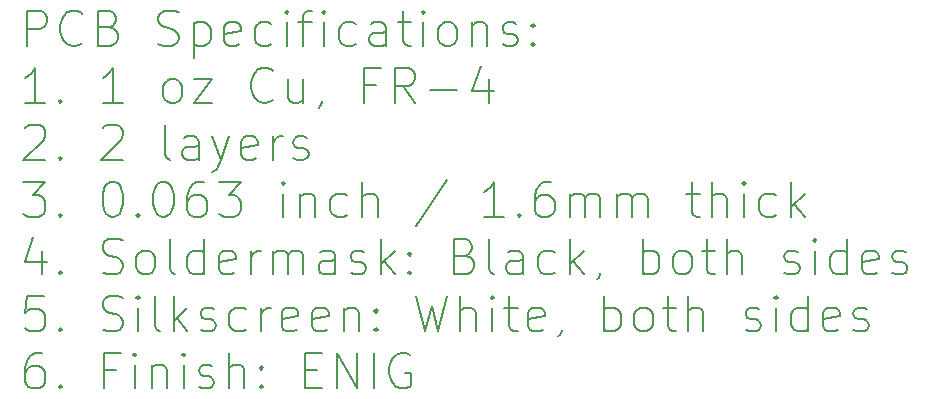
<source format=gbr>
%TF.GenerationSoftware,KiCad,Pcbnew,(6.0.4)*%
%TF.CreationDate,2024-01-19T14:59:17-08:00*%
%TF.ProjectId,StormCloud,53746f72-6d43-46c6-9f75-642e6b696361,rev?*%
%TF.SameCoordinates,Original*%
%TF.FileFunction,Other,Comment*%
%FSLAX46Y46*%
G04 Gerber Fmt 4.6, Leading zero omitted, Abs format (unit mm)*
G04 Created by KiCad (PCBNEW (6.0.4)) date 2024-01-19 14:59:17*
%MOMM*%
%LPD*%
G01*
G04 APERTURE LIST*
%ADD10C,0.200000*%
G04 APERTURE END LIST*
D10*
X162642285Y-82117142D02*
X162642285Y-79117142D01*
X163785142Y-79117142D01*
X164070857Y-79260000D01*
X164213714Y-79402857D01*
X164356571Y-79688571D01*
X164356571Y-80117142D01*
X164213714Y-80402857D01*
X164070857Y-80545714D01*
X163785142Y-80688571D01*
X162642285Y-80688571D01*
X167356571Y-81831428D02*
X167213714Y-81974285D01*
X166785142Y-82117142D01*
X166499428Y-82117142D01*
X166070857Y-81974285D01*
X165785142Y-81688571D01*
X165642285Y-81402857D01*
X165499428Y-80831428D01*
X165499428Y-80402857D01*
X165642285Y-79831428D01*
X165785142Y-79545714D01*
X166070857Y-79260000D01*
X166499428Y-79117142D01*
X166785142Y-79117142D01*
X167213714Y-79260000D01*
X167356571Y-79402857D01*
X169642285Y-80545714D02*
X170070857Y-80688571D01*
X170213714Y-80831428D01*
X170356571Y-81117142D01*
X170356571Y-81545714D01*
X170213714Y-81831428D01*
X170070857Y-81974285D01*
X169785142Y-82117142D01*
X168642285Y-82117142D01*
X168642285Y-79117142D01*
X169642285Y-79117142D01*
X169928000Y-79260000D01*
X170070857Y-79402857D01*
X170213714Y-79688571D01*
X170213714Y-79974285D01*
X170070857Y-80260000D01*
X169928000Y-80402857D01*
X169642285Y-80545714D01*
X168642285Y-80545714D01*
X173785142Y-81974285D02*
X174213714Y-82117142D01*
X174928000Y-82117142D01*
X175213714Y-81974285D01*
X175356571Y-81831428D01*
X175499428Y-81545714D01*
X175499428Y-81260000D01*
X175356571Y-80974285D01*
X175213714Y-80831428D01*
X174928000Y-80688571D01*
X174356571Y-80545714D01*
X174070857Y-80402857D01*
X173928000Y-80260000D01*
X173785142Y-79974285D01*
X173785142Y-79688571D01*
X173928000Y-79402857D01*
X174070857Y-79260000D01*
X174356571Y-79117142D01*
X175070857Y-79117142D01*
X175499428Y-79260000D01*
X176785142Y-80117142D02*
X176785142Y-83117142D01*
X176785142Y-80260000D02*
X177070857Y-80117142D01*
X177642285Y-80117142D01*
X177928000Y-80260000D01*
X178070857Y-80402857D01*
X178213714Y-80688571D01*
X178213714Y-81545714D01*
X178070857Y-81831428D01*
X177928000Y-81974285D01*
X177642285Y-82117142D01*
X177070857Y-82117142D01*
X176785142Y-81974285D01*
X180642285Y-81974285D02*
X180356571Y-82117142D01*
X179785142Y-82117142D01*
X179499428Y-81974285D01*
X179356571Y-81688571D01*
X179356571Y-80545714D01*
X179499428Y-80260000D01*
X179785142Y-80117142D01*
X180356571Y-80117142D01*
X180642285Y-80260000D01*
X180785142Y-80545714D01*
X180785142Y-80831428D01*
X179356571Y-81117142D01*
X183356571Y-81974285D02*
X183070857Y-82117142D01*
X182499428Y-82117142D01*
X182213714Y-81974285D01*
X182070857Y-81831428D01*
X181928000Y-81545714D01*
X181928000Y-80688571D01*
X182070857Y-80402857D01*
X182213714Y-80260000D01*
X182499428Y-80117142D01*
X183070857Y-80117142D01*
X183356571Y-80260000D01*
X184642285Y-82117142D02*
X184642285Y-80117142D01*
X184642285Y-79117142D02*
X184499428Y-79260000D01*
X184642285Y-79402857D01*
X184785142Y-79260000D01*
X184642285Y-79117142D01*
X184642285Y-79402857D01*
X185642285Y-80117142D02*
X186785142Y-80117142D01*
X186070857Y-82117142D02*
X186070857Y-79545714D01*
X186213714Y-79260000D01*
X186499428Y-79117142D01*
X186785142Y-79117142D01*
X187785142Y-82117142D02*
X187785142Y-80117142D01*
X187785142Y-79117142D02*
X187642285Y-79260000D01*
X187785142Y-79402857D01*
X187928000Y-79260000D01*
X187785142Y-79117142D01*
X187785142Y-79402857D01*
X190499428Y-81974285D02*
X190213714Y-82117142D01*
X189642285Y-82117142D01*
X189356571Y-81974285D01*
X189213714Y-81831428D01*
X189070857Y-81545714D01*
X189070857Y-80688571D01*
X189213714Y-80402857D01*
X189356571Y-80260000D01*
X189642285Y-80117142D01*
X190213714Y-80117142D01*
X190499428Y-80260000D01*
X193070857Y-82117142D02*
X193070857Y-80545714D01*
X192928000Y-80260000D01*
X192642285Y-80117142D01*
X192070857Y-80117142D01*
X191785142Y-80260000D01*
X193070857Y-81974285D02*
X192785142Y-82117142D01*
X192070857Y-82117142D01*
X191785142Y-81974285D01*
X191642285Y-81688571D01*
X191642285Y-81402857D01*
X191785142Y-81117142D01*
X192070857Y-80974285D01*
X192785142Y-80974285D01*
X193070857Y-80831428D01*
X194070857Y-80117142D02*
X195213714Y-80117142D01*
X194499428Y-79117142D02*
X194499428Y-81688571D01*
X194642285Y-81974285D01*
X194928000Y-82117142D01*
X195213714Y-82117142D01*
X196213714Y-82117142D02*
X196213714Y-80117142D01*
X196213714Y-79117142D02*
X196070857Y-79260000D01*
X196213714Y-79402857D01*
X196356571Y-79260000D01*
X196213714Y-79117142D01*
X196213714Y-79402857D01*
X198070857Y-82117142D02*
X197785142Y-81974285D01*
X197642285Y-81831428D01*
X197499428Y-81545714D01*
X197499428Y-80688571D01*
X197642285Y-80402857D01*
X197785142Y-80260000D01*
X198070857Y-80117142D01*
X198499428Y-80117142D01*
X198785142Y-80260000D01*
X198928000Y-80402857D01*
X199070857Y-80688571D01*
X199070857Y-81545714D01*
X198928000Y-81831428D01*
X198785142Y-81974285D01*
X198499428Y-82117142D01*
X198070857Y-82117142D01*
X200356571Y-80117142D02*
X200356571Y-82117142D01*
X200356571Y-80402857D02*
X200499428Y-80260000D01*
X200785142Y-80117142D01*
X201213714Y-80117142D01*
X201499428Y-80260000D01*
X201642285Y-80545714D01*
X201642285Y-82117142D01*
X202928000Y-81974285D02*
X203213714Y-82117142D01*
X203785142Y-82117142D01*
X204070857Y-81974285D01*
X204213714Y-81688571D01*
X204213714Y-81545714D01*
X204070857Y-81260000D01*
X203785142Y-81117142D01*
X203356571Y-81117142D01*
X203070857Y-80974285D01*
X202928000Y-80688571D01*
X202928000Y-80545714D01*
X203070857Y-80260000D01*
X203356571Y-80117142D01*
X203785142Y-80117142D01*
X204070857Y-80260000D01*
X205499428Y-81831428D02*
X205642285Y-81974285D01*
X205499428Y-82117142D01*
X205356571Y-81974285D01*
X205499428Y-81831428D01*
X205499428Y-82117142D01*
X205499428Y-80260000D02*
X205642285Y-80402857D01*
X205499428Y-80545714D01*
X205356571Y-80402857D01*
X205499428Y-80260000D01*
X205499428Y-80545714D01*
X164213714Y-86947142D02*
X162499428Y-86947142D01*
X163356571Y-86947142D02*
X163356571Y-83947142D01*
X163070857Y-84375714D01*
X162785142Y-84661428D01*
X162499428Y-84804285D01*
X165499428Y-86661428D02*
X165642285Y-86804285D01*
X165499428Y-86947142D01*
X165356571Y-86804285D01*
X165499428Y-86661428D01*
X165499428Y-86947142D01*
X170785142Y-86947142D02*
X169070857Y-86947142D01*
X169928000Y-86947142D02*
X169928000Y-83947142D01*
X169642285Y-84375714D01*
X169356571Y-84661428D01*
X169070857Y-84804285D01*
X174785142Y-86947142D02*
X174499428Y-86804285D01*
X174356571Y-86661428D01*
X174213714Y-86375714D01*
X174213714Y-85518571D01*
X174356571Y-85232857D01*
X174499428Y-85090000D01*
X174785142Y-84947142D01*
X175213714Y-84947142D01*
X175499428Y-85090000D01*
X175642285Y-85232857D01*
X175785142Y-85518571D01*
X175785142Y-86375714D01*
X175642285Y-86661428D01*
X175499428Y-86804285D01*
X175213714Y-86947142D01*
X174785142Y-86947142D01*
X176785142Y-84947142D02*
X178356571Y-84947142D01*
X176785142Y-86947142D01*
X178356571Y-86947142D01*
X183499428Y-86661428D02*
X183356571Y-86804285D01*
X182928000Y-86947142D01*
X182642285Y-86947142D01*
X182213714Y-86804285D01*
X181928000Y-86518571D01*
X181785142Y-86232857D01*
X181642285Y-85661428D01*
X181642285Y-85232857D01*
X181785142Y-84661428D01*
X181928000Y-84375714D01*
X182213714Y-84090000D01*
X182642285Y-83947142D01*
X182928000Y-83947142D01*
X183356571Y-84090000D01*
X183499428Y-84232857D01*
X186070857Y-84947142D02*
X186070857Y-86947142D01*
X184785142Y-84947142D02*
X184785142Y-86518571D01*
X184928000Y-86804285D01*
X185213714Y-86947142D01*
X185642285Y-86947142D01*
X185928000Y-86804285D01*
X186070857Y-86661428D01*
X187642285Y-86804285D02*
X187642285Y-86947142D01*
X187499428Y-87232857D01*
X187356571Y-87375714D01*
X192213714Y-85375714D02*
X191213714Y-85375714D01*
X191213714Y-86947142D02*
X191213714Y-83947142D01*
X192642285Y-83947142D01*
X195499428Y-86947142D02*
X194499428Y-85518571D01*
X193785142Y-86947142D02*
X193785142Y-83947142D01*
X194928000Y-83947142D01*
X195213714Y-84090000D01*
X195356571Y-84232857D01*
X195499428Y-84518571D01*
X195499428Y-84947142D01*
X195356571Y-85232857D01*
X195213714Y-85375714D01*
X194928000Y-85518571D01*
X193785142Y-85518571D01*
X196785142Y-85804285D02*
X199070857Y-85804285D01*
X201785142Y-84947142D02*
X201785142Y-86947142D01*
X201070857Y-83804285D02*
X200356571Y-85947142D01*
X202213714Y-85947142D01*
X162499428Y-89062857D02*
X162642285Y-88920000D01*
X162928000Y-88777142D01*
X163642285Y-88777142D01*
X163928000Y-88920000D01*
X164070857Y-89062857D01*
X164213714Y-89348571D01*
X164213714Y-89634285D01*
X164070857Y-90062857D01*
X162356571Y-91777142D01*
X164213714Y-91777142D01*
X165499428Y-91491428D02*
X165642285Y-91634285D01*
X165499428Y-91777142D01*
X165356571Y-91634285D01*
X165499428Y-91491428D01*
X165499428Y-91777142D01*
X169070857Y-89062857D02*
X169213714Y-88920000D01*
X169499428Y-88777142D01*
X170213714Y-88777142D01*
X170499428Y-88920000D01*
X170642285Y-89062857D01*
X170785142Y-89348571D01*
X170785142Y-89634285D01*
X170642285Y-90062857D01*
X168928000Y-91777142D01*
X170785142Y-91777142D01*
X174785142Y-91777142D02*
X174499428Y-91634285D01*
X174356571Y-91348571D01*
X174356571Y-88777142D01*
X177213714Y-91777142D02*
X177213714Y-90205714D01*
X177070857Y-89920000D01*
X176785142Y-89777142D01*
X176213714Y-89777142D01*
X175928000Y-89920000D01*
X177213714Y-91634285D02*
X176928000Y-91777142D01*
X176213714Y-91777142D01*
X175928000Y-91634285D01*
X175785142Y-91348571D01*
X175785142Y-91062857D01*
X175928000Y-90777142D01*
X176213714Y-90634285D01*
X176928000Y-90634285D01*
X177213714Y-90491428D01*
X178356571Y-89777142D02*
X179070857Y-91777142D01*
X179785142Y-89777142D02*
X179070857Y-91777142D01*
X178785142Y-92491428D01*
X178642285Y-92634285D01*
X178356571Y-92777142D01*
X182070857Y-91634285D02*
X181785142Y-91777142D01*
X181213714Y-91777142D01*
X180928000Y-91634285D01*
X180785142Y-91348571D01*
X180785142Y-90205714D01*
X180928000Y-89920000D01*
X181213714Y-89777142D01*
X181785142Y-89777142D01*
X182070857Y-89920000D01*
X182213714Y-90205714D01*
X182213714Y-90491428D01*
X180785142Y-90777142D01*
X183499428Y-91777142D02*
X183499428Y-89777142D01*
X183499428Y-90348571D02*
X183642285Y-90062857D01*
X183785142Y-89920000D01*
X184070857Y-89777142D01*
X184356571Y-89777142D01*
X185213714Y-91634285D02*
X185499428Y-91777142D01*
X186070857Y-91777142D01*
X186356571Y-91634285D01*
X186499428Y-91348571D01*
X186499428Y-91205714D01*
X186356571Y-90920000D01*
X186070857Y-90777142D01*
X185642285Y-90777142D01*
X185356571Y-90634285D01*
X185213714Y-90348571D01*
X185213714Y-90205714D01*
X185356571Y-89920000D01*
X185642285Y-89777142D01*
X186070857Y-89777142D01*
X186356571Y-89920000D01*
X162356571Y-93607142D02*
X164213714Y-93607142D01*
X163213714Y-94750000D01*
X163642285Y-94750000D01*
X163928000Y-94892857D01*
X164070857Y-95035714D01*
X164213714Y-95321428D01*
X164213714Y-96035714D01*
X164070857Y-96321428D01*
X163928000Y-96464285D01*
X163642285Y-96607142D01*
X162785142Y-96607142D01*
X162499428Y-96464285D01*
X162356571Y-96321428D01*
X165499428Y-96321428D02*
X165642285Y-96464285D01*
X165499428Y-96607142D01*
X165356571Y-96464285D01*
X165499428Y-96321428D01*
X165499428Y-96607142D01*
X169785142Y-93607142D02*
X170070857Y-93607142D01*
X170356571Y-93750000D01*
X170499428Y-93892857D01*
X170642285Y-94178571D01*
X170785142Y-94750000D01*
X170785142Y-95464285D01*
X170642285Y-96035714D01*
X170499428Y-96321428D01*
X170356571Y-96464285D01*
X170070857Y-96607142D01*
X169785142Y-96607142D01*
X169499428Y-96464285D01*
X169356571Y-96321428D01*
X169213714Y-96035714D01*
X169070857Y-95464285D01*
X169070857Y-94750000D01*
X169213714Y-94178571D01*
X169356571Y-93892857D01*
X169499428Y-93750000D01*
X169785142Y-93607142D01*
X172070857Y-96321428D02*
X172213714Y-96464285D01*
X172070857Y-96607142D01*
X171928000Y-96464285D01*
X172070857Y-96321428D01*
X172070857Y-96607142D01*
X174070857Y-93607142D02*
X174356571Y-93607142D01*
X174642285Y-93750000D01*
X174785142Y-93892857D01*
X174928000Y-94178571D01*
X175070857Y-94750000D01*
X175070857Y-95464285D01*
X174928000Y-96035714D01*
X174785142Y-96321428D01*
X174642285Y-96464285D01*
X174356571Y-96607142D01*
X174070857Y-96607142D01*
X173785142Y-96464285D01*
X173642285Y-96321428D01*
X173499428Y-96035714D01*
X173356571Y-95464285D01*
X173356571Y-94750000D01*
X173499428Y-94178571D01*
X173642285Y-93892857D01*
X173785142Y-93750000D01*
X174070857Y-93607142D01*
X177642285Y-93607142D02*
X177070857Y-93607142D01*
X176785142Y-93750000D01*
X176642285Y-93892857D01*
X176356571Y-94321428D01*
X176213714Y-94892857D01*
X176213714Y-96035714D01*
X176356571Y-96321428D01*
X176499428Y-96464285D01*
X176785142Y-96607142D01*
X177356571Y-96607142D01*
X177642285Y-96464285D01*
X177785142Y-96321428D01*
X177928000Y-96035714D01*
X177928000Y-95321428D01*
X177785142Y-95035714D01*
X177642285Y-94892857D01*
X177356571Y-94750000D01*
X176785142Y-94750000D01*
X176499428Y-94892857D01*
X176356571Y-95035714D01*
X176213714Y-95321428D01*
X178928000Y-93607142D02*
X180785142Y-93607142D01*
X179785142Y-94750000D01*
X180213714Y-94750000D01*
X180499428Y-94892857D01*
X180642285Y-95035714D01*
X180785142Y-95321428D01*
X180785142Y-96035714D01*
X180642285Y-96321428D01*
X180499428Y-96464285D01*
X180213714Y-96607142D01*
X179356571Y-96607142D01*
X179070857Y-96464285D01*
X178928000Y-96321428D01*
X184356571Y-96607142D02*
X184356571Y-94607142D01*
X184356571Y-93607142D02*
X184213714Y-93750000D01*
X184356571Y-93892857D01*
X184499428Y-93750000D01*
X184356571Y-93607142D01*
X184356571Y-93892857D01*
X185785142Y-94607142D02*
X185785142Y-96607142D01*
X185785142Y-94892857D02*
X185928000Y-94750000D01*
X186213714Y-94607142D01*
X186642285Y-94607142D01*
X186928000Y-94750000D01*
X187070857Y-95035714D01*
X187070857Y-96607142D01*
X189785142Y-96464285D02*
X189499428Y-96607142D01*
X188928000Y-96607142D01*
X188642285Y-96464285D01*
X188499428Y-96321428D01*
X188356571Y-96035714D01*
X188356571Y-95178571D01*
X188499428Y-94892857D01*
X188642285Y-94750000D01*
X188928000Y-94607142D01*
X189499428Y-94607142D01*
X189785142Y-94750000D01*
X191070857Y-96607142D02*
X191070857Y-93607142D01*
X192356571Y-96607142D02*
X192356571Y-95035714D01*
X192213714Y-94750000D01*
X191928000Y-94607142D01*
X191499428Y-94607142D01*
X191213714Y-94750000D01*
X191070857Y-94892857D01*
X198213714Y-93464285D02*
X195642285Y-97321428D01*
X203070857Y-96607142D02*
X201356571Y-96607142D01*
X202213714Y-96607142D02*
X202213714Y-93607142D01*
X201928000Y-94035714D01*
X201642285Y-94321428D01*
X201356571Y-94464285D01*
X204356571Y-96321428D02*
X204499428Y-96464285D01*
X204356571Y-96607142D01*
X204213714Y-96464285D01*
X204356571Y-96321428D01*
X204356571Y-96607142D01*
X207070857Y-93607142D02*
X206499428Y-93607142D01*
X206213714Y-93750000D01*
X206070857Y-93892857D01*
X205785142Y-94321428D01*
X205642285Y-94892857D01*
X205642285Y-96035714D01*
X205785142Y-96321428D01*
X205928000Y-96464285D01*
X206213714Y-96607142D01*
X206785142Y-96607142D01*
X207070857Y-96464285D01*
X207213714Y-96321428D01*
X207356571Y-96035714D01*
X207356571Y-95321428D01*
X207213714Y-95035714D01*
X207070857Y-94892857D01*
X206785142Y-94750000D01*
X206213714Y-94750000D01*
X205928000Y-94892857D01*
X205785142Y-95035714D01*
X205642285Y-95321428D01*
X208642285Y-96607142D02*
X208642285Y-94607142D01*
X208642285Y-94892857D02*
X208785142Y-94750000D01*
X209070857Y-94607142D01*
X209499428Y-94607142D01*
X209785142Y-94750000D01*
X209928000Y-95035714D01*
X209928000Y-96607142D01*
X209928000Y-95035714D02*
X210070857Y-94750000D01*
X210356571Y-94607142D01*
X210785142Y-94607142D01*
X211070857Y-94750000D01*
X211213714Y-95035714D01*
X211213714Y-96607142D01*
X212642285Y-96607142D02*
X212642285Y-94607142D01*
X212642285Y-94892857D02*
X212785142Y-94750000D01*
X213070857Y-94607142D01*
X213499428Y-94607142D01*
X213785142Y-94750000D01*
X213928000Y-95035714D01*
X213928000Y-96607142D01*
X213928000Y-95035714D02*
X214070857Y-94750000D01*
X214356571Y-94607142D01*
X214785142Y-94607142D01*
X215070857Y-94750000D01*
X215213714Y-95035714D01*
X215213714Y-96607142D01*
X218499428Y-94607142D02*
X219642285Y-94607142D01*
X218928000Y-93607142D02*
X218928000Y-96178571D01*
X219070857Y-96464285D01*
X219356571Y-96607142D01*
X219642285Y-96607142D01*
X220642285Y-96607142D02*
X220642285Y-93607142D01*
X221928000Y-96607142D02*
X221928000Y-95035714D01*
X221785142Y-94750000D01*
X221499428Y-94607142D01*
X221070857Y-94607142D01*
X220785142Y-94750000D01*
X220642285Y-94892857D01*
X223356571Y-96607142D02*
X223356571Y-94607142D01*
X223356571Y-93607142D02*
X223213714Y-93750000D01*
X223356571Y-93892857D01*
X223499428Y-93750000D01*
X223356571Y-93607142D01*
X223356571Y-93892857D01*
X226070857Y-96464285D02*
X225785142Y-96607142D01*
X225213714Y-96607142D01*
X224928000Y-96464285D01*
X224785142Y-96321428D01*
X224642285Y-96035714D01*
X224642285Y-95178571D01*
X224785142Y-94892857D01*
X224928000Y-94750000D01*
X225213714Y-94607142D01*
X225785142Y-94607142D01*
X226070857Y-94750000D01*
X227356571Y-96607142D02*
X227356571Y-93607142D01*
X227642285Y-95464285D02*
X228499428Y-96607142D01*
X228499428Y-94607142D02*
X227356571Y-95750000D01*
X163928000Y-99437142D02*
X163928000Y-101437142D01*
X163213714Y-98294285D02*
X162499428Y-100437142D01*
X164356571Y-100437142D01*
X165499428Y-101151428D02*
X165642285Y-101294285D01*
X165499428Y-101437142D01*
X165356571Y-101294285D01*
X165499428Y-101151428D01*
X165499428Y-101437142D01*
X169070857Y-101294285D02*
X169499428Y-101437142D01*
X170213714Y-101437142D01*
X170499428Y-101294285D01*
X170642285Y-101151428D01*
X170785142Y-100865714D01*
X170785142Y-100580000D01*
X170642285Y-100294285D01*
X170499428Y-100151428D01*
X170213714Y-100008571D01*
X169642285Y-99865714D01*
X169356571Y-99722857D01*
X169213714Y-99580000D01*
X169070857Y-99294285D01*
X169070857Y-99008571D01*
X169213714Y-98722857D01*
X169356571Y-98580000D01*
X169642285Y-98437142D01*
X170356571Y-98437142D01*
X170785142Y-98580000D01*
X172499428Y-101437142D02*
X172213714Y-101294285D01*
X172070857Y-101151428D01*
X171928000Y-100865714D01*
X171928000Y-100008571D01*
X172070857Y-99722857D01*
X172213714Y-99580000D01*
X172499428Y-99437142D01*
X172928000Y-99437142D01*
X173213714Y-99580000D01*
X173356571Y-99722857D01*
X173499428Y-100008571D01*
X173499428Y-100865714D01*
X173356571Y-101151428D01*
X173213714Y-101294285D01*
X172928000Y-101437142D01*
X172499428Y-101437142D01*
X175213714Y-101437142D02*
X174928000Y-101294285D01*
X174785142Y-101008571D01*
X174785142Y-98437142D01*
X177642285Y-101437142D02*
X177642285Y-98437142D01*
X177642285Y-101294285D02*
X177356571Y-101437142D01*
X176785142Y-101437142D01*
X176499428Y-101294285D01*
X176356571Y-101151428D01*
X176213714Y-100865714D01*
X176213714Y-100008571D01*
X176356571Y-99722857D01*
X176499428Y-99580000D01*
X176785142Y-99437142D01*
X177356571Y-99437142D01*
X177642285Y-99580000D01*
X180213714Y-101294285D02*
X179928000Y-101437142D01*
X179356571Y-101437142D01*
X179070857Y-101294285D01*
X178928000Y-101008571D01*
X178928000Y-99865714D01*
X179070857Y-99580000D01*
X179356571Y-99437142D01*
X179928000Y-99437142D01*
X180213714Y-99580000D01*
X180356571Y-99865714D01*
X180356571Y-100151428D01*
X178928000Y-100437142D01*
X181642285Y-101437142D02*
X181642285Y-99437142D01*
X181642285Y-100008571D02*
X181785142Y-99722857D01*
X181928000Y-99580000D01*
X182213714Y-99437142D01*
X182499428Y-99437142D01*
X183499428Y-101437142D02*
X183499428Y-99437142D01*
X183499428Y-99722857D02*
X183642285Y-99580000D01*
X183928000Y-99437142D01*
X184356571Y-99437142D01*
X184642285Y-99580000D01*
X184785142Y-99865714D01*
X184785142Y-101437142D01*
X184785142Y-99865714D02*
X184928000Y-99580000D01*
X185213714Y-99437142D01*
X185642285Y-99437142D01*
X185928000Y-99580000D01*
X186070857Y-99865714D01*
X186070857Y-101437142D01*
X188785142Y-101437142D02*
X188785142Y-99865714D01*
X188642285Y-99580000D01*
X188356571Y-99437142D01*
X187785142Y-99437142D01*
X187499428Y-99580000D01*
X188785142Y-101294285D02*
X188499428Y-101437142D01*
X187785142Y-101437142D01*
X187499428Y-101294285D01*
X187356571Y-101008571D01*
X187356571Y-100722857D01*
X187499428Y-100437142D01*
X187785142Y-100294285D01*
X188499428Y-100294285D01*
X188785142Y-100151428D01*
X190070857Y-101294285D02*
X190356571Y-101437142D01*
X190928000Y-101437142D01*
X191213714Y-101294285D01*
X191356571Y-101008571D01*
X191356571Y-100865714D01*
X191213714Y-100580000D01*
X190928000Y-100437142D01*
X190499428Y-100437142D01*
X190213714Y-100294285D01*
X190070857Y-100008571D01*
X190070857Y-99865714D01*
X190213714Y-99580000D01*
X190499428Y-99437142D01*
X190928000Y-99437142D01*
X191213714Y-99580000D01*
X192642285Y-101437142D02*
X192642285Y-98437142D01*
X192928000Y-100294285D02*
X193785142Y-101437142D01*
X193785142Y-99437142D02*
X192642285Y-100580000D01*
X195070857Y-101151428D02*
X195213714Y-101294285D01*
X195070857Y-101437142D01*
X194928000Y-101294285D01*
X195070857Y-101151428D01*
X195070857Y-101437142D01*
X195070857Y-99580000D02*
X195213714Y-99722857D01*
X195070857Y-99865714D01*
X194928000Y-99722857D01*
X195070857Y-99580000D01*
X195070857Y-99865714D01*
X199785142Y-99865714D02*
X200213714Y-100008571D01*
X200356571Y-100151428D01*
X200499428Y-100437142D01*
X200499428Y-100865714D01*
X200356571Y-101151428D01*
X200213714Y-101294285D01*
X199928000Y-101437142D01*
X198785142Y-101437142D01*
X198785142Y-98437142D01*
X199785142Y-98437142D01*
X200070857Y-98580000D01*
X200213714Y-98722857D01*
X200356571Y-99008571D01*
X200356571Y-99294285D01*
X200213714Y-99580000D01*
X200070857Y-99722857D01*
X199785142Y-99865714D01*
X198785142Y-99865714D01*
X202213714Y-101437142D02*
X201928000Y-101294285D01*
X201785142Y-101008571D01*
X201785142Y-98437142D01*
X204642285Y-101437142D02*
X204642285Y-99865714D01*
X204499428Y-99580000D01*
X204213714Y-99437142D01*
X203642285Y-99437142D01*
X203356571Y-99580000D01*
X204642285Y-101294285D02*
X204356571Y-101437142D01*
X203642285Y-101437142D01*
X203356571Y-101294285D01*
X203213714Y-101008571D01*
X203213714Y-100722857D01*
X203356571Y-100437142D01*
X203642285Y-100294285D01*
X204356571Y-100294285D01*
X204642285Y-100151428D01*
X207356571Y-101294285D02*
X207070857Y-101437142D01*
X206499428Y-101437142D01*
X206213714Y-101294285D01*
X206070857Y-101151428D01*
X205928000Y-100865714D01*
X205928000Y-100008571D01*
X206070857Y-99722857D01*
X206213714Y-99580000D01*
X206499428Y-99437142D01*
X207070857Y-99437142D01*
X207356571Y-99580000D01*
X208642285Y-101437142D02*
X208642285Y-98437142D01*
X208928000Y-100294285D02*
X209785142Y-101437142D01*
X209785142Y-99437142D02*
X208642285Y-100580000D01*
X211213714Y-101294285D02*
X211213714Y-101437142D01*
X211070857Y-101722857D01*
X210928000Y-101865714D01*
X214785142Y-101437142D02*
X214785142Y-98437142D01*
X214785142Y-99580000D02*
X215070857Y-99437142D01*
X215642285Y-99437142D01*
X215928000Y-99580000D01*
X216070857Y-99722857D01*
X216213714Y-100008571D01*
X216213714Y-100865714D01*
X216070857Y-101151428D01*
X215928000Y-101294285D01*
X215642285Y-101437142D01*
X215070857Y-101437142D01*
X214785142Y-101294285D01*
X217928000Y-101437142D02*
X217642285Y-101294285D01*
X217499428Y-101151428D01*
X217356571Y-100865714D01*
X217356571Y-100008571D01*
X217499428Y-99722857D01*
X217642285Y-99580000D01*
X217928000Y-99437142D01*
X218356571Y-99437142D01*
X218642285Y-99580000D01*
X218785142Y-99722857D01*
X218928000Y-100008571D01*
X218928000Y-100865714D01*
X218785142Y-101151428D01*
X218642285Y-101294285D01*
X218356571Y-101437142D01*
X217928000Y-101437142D01*
X219785142Y-99437142D02*
X220928000Y-99437142D01*
X220213714Y-98437142D02*
X220213714Y-101008571D01*
X220356571Y-101294285D01*
X220642285Y-101437142D01*
X220928000Y-101437142D01*
X221928000Y-101437142D02*
X221928000Y-98437142D01*
X223213714Y-101437142D02*
X223213714Y-99865714D01*
X223070857Y-99580000D01*
X222785142Y-99437142D01*
X222356571Y-99437142D01*
X222070857Y-99580000D01*
X221928000Y-99722857D01*
X226785142Y-101294285D02*
X227070857Y-101437142D01*
X227642285Y-101437142D01*
X227928000Y-101294285D01*
X228070857Y-101008571D01*
X228070857Y-100865714D01*
X227928000Y-100580000D01*
X227642285Y-100437142D01*
X227213714Y-100437142D01*
X226928000Y-100294285D01*
X226785142Y-100008571D01*
X226785142Y-99865714D01*
X226928000Y-99580000D01*
X227213714Y-99437142D01*
X227642285Y-99437142D01*
X227928000Y-99580000D01*
X229356571Y-101437142D02*
X229356571Y-99437142D01*
X229356571Y-98437142D02*
X229213714Y-98580000D01*
X229356571Y-98722857D01*
X229499428Y-98580000D01*
X229356571Y-98437142D01*
X229356571Y-98722857D01*
X232070857Y-101437142D02*
X232070857Y-98437142D01*
X232070857Y-101294285D02*
X231785142Y-101437142D01*
X231213714Y-101437142D01*
X230928000Y-101294285D01*
X230785142Y-101151428D01*
X230642285Y-100865714D01*
X230642285Y-100008571D01*
X230785142Y-99722857D01*
X230928000Y-99580000D01*
X231213714Y-99437142D01*
X231785142Y-99437142D01*
X232070857Y-99580000D01*
X234642285Y-101294285D02*
X234356571Y-101437142D01*
X233785142Y-101437142D01*
X233499428Y-101294285D01*
X233356571Y-101008571D01*
X233356571Y-99865714D01*
X233499428Y-99580000D01*
X233785142Y-99437142D01*
X234356571Y-99437142D01*
X234642285Y-99580000D01*
X234785142Y-99865714D01*
X234785142Y-100151428D01*
X233356571Y-100437142D01*
X235928000Y-101294285D02*
X236213714Y-101437142D01*
X236785142Y-101437142D01*
X237070857Y-101294285D01*
X237213714Y-101008571D01*
X237213714Y-100865714D01*
X237070857Y-100580000D01*
X236785142Y-100437142D01*
X236356571Y-100437142D01*
X236070857Y-100294285D01*
X235928000Y-100008571D01*
X235928000Y-99865714D01*
X236070857Y-99580000D01*
X236356571Y-99437142D01*
X236785142Y-99437142D01*
X237070857Y-99580000D01*
X164070857Y-103267142D02*
X162642285Y-103267142D01*
X162499428Y-104695714D01*
X162642285Y-104552857D01*
X162928000Y-104410000D01*
X163642285Y-104410000D01*
X163928000Y-104552857D01*
X164070857Y-104695714D01*
X164213714Y-104981428D01*
X164213714Y-105695714D01*
X164070857Y-105981428D01*
X163928000Y-106124285D01*
X163642285Y-106267142D01*
X162928000Y-106267142D01*
X162642285Y-106124285D01*
X162499428Y-105981428D01*
X165499428Y-105981428D02*
X165642285Y-106124285D01*
X165499428Y-106267142D01*
X165356571Y-106124285D01*
X165499428Y-105981428D01*
X165499428Y-106267142D01*
X169070857Y-106124285D02*
X169499428Y-106267142D01*
X170213714Y-106267142D01*
X170499428Y-106124285D01*
X170642285Y-105981428D01*
X170785142Y-105695714D01*
X170785142Y-105410000D01*
X170642285Y-105124285D01*
X170499428Y-104981428D01*
X170213714Y-104838571D01*
X169642285Y-104695714D01*
X169356571Y-104552857D01*
X169213714Y-104410000D01*
X169070857Y-104124285D01*
X169070857Y-103838571D01*
X169213714Y-103552857D01*
X169356571Y-103410000D01*
X169642285Y-103267142D01*
X170356571Y-103267142D01*
X170785142Y-103410000D01*
X172070857Y-106267142D02*
X172070857Y-104267142D01*
X172070857Y-103267142D02*
X171928000Y-103410000D01*
X172070857Y-103552857D01*
X172213714Y-103410000D01*
X172070857Y-103267142D01*
X172070857Y-103552857D01*
X173928000Y-106267142D02*
X173642285Y-106124285D01*
X173499428Y-105838571D01*
X173499428Y-103267142D01*
X175070857Y-106267142D02*
X175070857Y-103267142D01*
X175356571Y-105124285D02*
X176213714Y-106267142D01*
X176213714Y-104267142D02*
X175070857Y-105410000D01*
X177356571Y-106124285D02*
X177642285Y-106267142D01*
X178213714Y-106267142D01*
X178499428Y-106124285D01*
X178642285Y-105838571D01*
X178642285Y-105695714D01*
X178499428Y-105410000D01*
X178213714Y-105267142D01*
X177785142Y-105267142D01*
X177499428Y-105124285D01*
X177356571Y-104838571D01*
X177356571Y-104695714D01*
X177499428Y-104410000D01*
X177785142Y-104267142D01*
X178213714Y-104267142D01*
X178499428Y-104410000D01*
X181213714Y-106124285D02*
X180928000Y-106267142D01*
X180356571Y-106267142D01*
X180070857Y-106124285D01*
X179928000Y-105981428D01*
X179785142Y-105695714D01*
X179785142Y-104838571D01*
X179928000Y-104552857D01*
X180070857Y-104410000D01*
X180356571Y-104267142D01*
X180928000Y-104267142D01*
X181213714Y-104410000D01*
X182499428Y-106267142D02*
X182499428Y-104267142D01*
X182499428Y-104838571D02*
X182642285Y-104552857D01*
X182785142Y-104410000D01*
X183070857Y-104267142D01*
X183356571Y-104267142D01*
X185499428Y-106124285D02*
X185213714Y-106267142D01*
X184642285Y-106267142D01*
X184356571Y-106124285D01*
X184213714Y-105838571D01*
X184213714Y-104695714D01*
X184356571Y-104410000D01*
X184642285Y-104267142D01*
X185213714Y-104267142D01*
X185499428Y-104410000D01*
X185642285Y-104695714D01*
X185642285Y-104981428D01*
X184213714Y-105267142D01*
X188070857Y-106124285D02*
X187785142Y-106267142D01*
X187213714Y-106267142D01*
X186928000Y-106124285D01*
X186785142Y-105838571D01*
X186785142Y-104695714D01*
X186928000Y-104410000D01*
X187213714Y-104267142D01*
X187785142Y-104267142D01*
X188070857Y-104410000D01*
X188213714Y-104695714D01*
X188213714Y-104981428D01*
X186785142Y-105267142D01*
X189499428Y-104267142D02*
X189499428Y-106267142D01*
X189499428Y-104552857D02*
X189642285Y-104410000D01*
X189928000Y-104267142D01*
X190356571Y-104267142D01*
X190642285Y-104410000D01*
X190785142Y-104695714D01*
X190785142Y-106267142D01*
X192213714Y-105981428D02*
X192356571Y-106124285D01*
X192213714Y-106267142D01*
X192070857Y-106124285D01*
X192213714Y-105981428D01*
X192213714Y-106267142D01*
X192213714Y-104410000D02*
X192356571Y-104552857D01*
X192213714Y-104695714D01*
X192070857Y-104552857D01*
X192213714Y-104410000D01*
X192213714Y-104695714D01*
X195642285Y-103267142D02*
X196356571Y-106267142D01*
X196928000Y-104124285D01*
X197499428Y-106267142D01*
X198213714Y-103267142D01*
X199356571Y-106267142D02*
X199356571Y-103267142D01*
X200642285Y-106267142D02*
X200642285Y-104695714D01*
X200499428Y-104410000D01*
X200213714Y-104267142D01*
X199785142Y-104267142D01*
X199499428Y-104410000D01*
X199356571Y-104552857D01*
X202070857Y-106267142D02*
X202070857Y-104267142D01*
X202070857Y-103267142D02*
X201928000Y-103410000D01*
X202070857Y-103552857D01*
X202213714Y-103410000D01*
X202070857Y-103267142D01*
X202070857Y-103552857D01*
X203070857Y-104267142D02*
X204213714Y-104267142D01*
X203499428Y-103267142D02*
X203499428Y-105838571D01*
X203642285Y-106124285D01*
X203928000Y-106267142D01*
X204213714Y-106267142D01*
X206356571Y-106124285D02*
X206070857Y-106267142D01*
X205499428Y-106267142D01*
X205213714Y-106124285D01*
X205070857Y-105838571D01*
X205070857Y-104695714D01*
X205213714Y-104410000D01*
X205499428Y-104267142D01*
X206070857Y-104267142D01*
X206356571Y-104410000D01*
X206499428Y-104695714D01*
X206499428Y-104981428D01*
X205070857Y-105267142D01*
X207928000Y-106124285D02*
X207928000Y-106267142D01*
X207785142Y-106552857D01*
X207642285Y-106695714D01*
X211499428Y-106267142D02*
X211499428Y-103267142D01*
X211499428Y-104410000D02*
X211785142Y-104267142D01*
X212356571Y-104267142D01*
X212642285Y-104410000D01*
X212785142Y-104552857D01*
X212928000Y-104838571D01*
X212928000Y-105695714D01*
X212785142Y-105981428D01*
X212642285Y-106124285D01*
X212356571Y-106267142D01*
X211785142Y-106267142D01*
X211499428Y-106124285D01*
X214642285Y-106267142D02*
X214356571Y-106124285D01*
X214213714Y-105981428D01*
X214070857Y-105695714D01*
X214070857Y-104838571D01*
X214213714Y-104552857D01*
X214356571Y-104410000D01*
X214642285Y-104267142D01*
X215070857Y-104267142D01*
X215356571Y-104410000D01*
X215499428Y-104552857D01*
X215642285Y-104838571D01*
X215642285Y-105695714D01*
X215499428Y-105981428D01*
X215356571Y-106124285D01*
X215070857Y-106267142D01*
X214642285Y-106267142D01*
X216499428Y-104267142D02*
X217642285Y-104267142D01*
X216928000Y-103267142D02*
X216928000Y-105838571D01*
X217070857Y-106124285D01*
X217356571Y-106267142D01*
X217642285Y-106267142D01*
X218642285Y-106267142D02*
X218642285Y-103267142D01*
X219928000Y-106267142D02*
X219928000Y-104695714D01*
X219785142Y-104410000D01*
X219499428Y-104267142D01*
X219070857Y-104267142D01*
X218785142Y-104410000D01*
X218642285Y-104552857D01*
X223499428Y-106124285D02*
X223785142Y-106267142D01*
X224356571Y-106267142D01*
X224642285Y-106124285D01*
X224785142Y-105838571D01*
X224785142Y-105695714D01*
X224642285Y-105410000D01*
X224356571Y-105267142D01*
X223928000Y-105267142D01*
X223642285Y-105124285D01*
X223499428Y-104838571D01*
X223499428Y-104695714D01*
X223642285Y-104410000D01*
X223928000Y-104267142D01*
X224356571Y-104267142D01*
X224642285Y-104410000D01*
X226070857Y-106267142D02*
X226070857Y-104267142D01*
X226070857Y-103267142D02*
X225928000Y-103410000D01*
X226070857Y-103552857D01*
X226213714Y-103410000D01*
X226070857Y-103267142D01*
X226070857Y-103552857D01*
X228785142Y-106267142D02*
X228785142Y-103267142D01*
X228785142Y-106124285D02*
X228499428Y-106267142D01*
X227928000Y-106267142D01*
X227642285Y-106124285D01*
X227499428Y-105981428D01*
X227356571Y-105695714D01*
X227356571Y-104838571D01*
X227499428Y-104552857D01*
X227642285Y-104410000D01*
X227928000Y-104267142D01*
X228499428Y-104267142D01*
X228785142Y-104410000D01*
X231356571Y-106124285D02*
X231070857Y-106267142D01*
X230499428Y-106267142D01*
X230213714Y-106124285D01*
X230070857Y-105838571D01*
X230070857Y-104695714D01*
X230213714Y-104410000D01*
X230499428Y-104267142D01*
X231070857Y-104267142D01*
X231356571Y-104410000D01*
X231499428Y-104695714D01*
X231499428Y-104981428D01*
X230070857Y-105267142D01*
X232642285Y-106124285D02*
X232928000Y-106267142D01*
X233499428Y-106267142D01*
X233785142Y-106124285D01*
X233928000Y-105838571D01*
X233928000Y-105695714D01*
X233785142Y-105410000D01*
X233499428Y-105267142D01*
X233070857Y-105267142D01*
X232785142Y-105124285D01*
X232642285Y-104838571D01*
X232642285Y-104695714D01*
X232785142Y-104410000D01*
X233070857Y-104267142D01*
X233499428Y-104267142D01*
X233785142Y-104410000D01*
X163928000Y-108097142D02*
X163356571Y-108097142D01*
X163070857Y-108240000D01*
X162928000Y-108382857D01*
X162642285Y-108811428D01*
X162499428Y-109382857D01*
X162499428Y-110525714D01*
X162642285Y-110811428D01*
X162785142Y-110954285D01*
X163070857Y-111097142D01*
X163642285Y-111097142D01*
X163928000Y-110954285D01*
X164070857Y-110811428D01*
X164213714Y-110525714D01*
X164213714Y-109811428D01*
X164070857Y-109525714D01*
X163928000Y-109382857D01*
X163642285Y-109240000D01*
X163070857Y-109240000D01*
X162785142Y-109382857D01*
X162642285Y-109525714D01*
X162499428Y-109811428D01*
X165499428Y-110811428D02*
X165642285Y-110954285D01*
X165499428Y-111097142D01*
X165356571Y-110954285D01*
X165499428Y-110811428D01*
X165499428Y-111097142D01*
X170213714Y-109525714D02*
X169213714Y-109525714D01*
X169213714Y-111097142D02*
X169213714Y-108097142D01*
X170642285Y-108097142D01*
X171785142Y-111097142D02*
X171785142Y-109097142D01*
X171785142Y-108097142D02*
X171642285Y-108240000D01*
X171785142Y-108382857D01*
X171928000Y-108240000D01*
X171785142Y-108097142D01*
X171785142Y-108382857D01*
X173213714Y-109097142D02*
X173213714Y-111097142D01*
X173213714Y-109382857D02*
X173356571Y-109240000D01*
X173642285Y-109097142D01*
X174070857Y-109097142D01*
X174356571Y-109240000D01*
X174499428Y-109525714D01*
X174499428Y-111097142D01*
X175928000Y-111097142D02*
X175928000Y-109097142D01*
X175928000Y-108097142D02*
X175785142Y-108240000D01*
X175928000Y-108382857D01*
X176070857Y-108240000D01*
X175928000Y-108097142D01*
X175928000Y-108382857D01*
X177213714Y-110954285D02*
X177499428Y-111097142D01*
X178070857Y-111097142D01*
X178356571Y-110954285D01*
X178499428Y-110668571D01*
X178499428Y-110525714D01*
X178356571Y-110240000D01*
X178070857Y-110097142D01*
X177642285Y-110097142D01*
X177356571Y-109954285D01*
X177213714Y-109668571D01*
X177213714Y-109525714D01*
X177356571Y-109240000D01*
X177642285Y-109097142D01*
X178070857Y-109097142D01*
X178356571Y-109240000D01*
X179785142Y-111097142D02*
X179785142Y-108097142D01*
X181070857Y-111097142D02*
X181070857Y-109525714D01*
X180928000Y-109240000D01*
X180642285Y-109097142D01*
X180213714Y-109097142D01*
X179928000Y-109240000D01*
X179785142Y-109382857D01*
X182499428Y-110811428D02*
X182642285Y-110954285D01*
X182499428Y-111097142D01*
X182356571Y-110954285D01*
X182499428Y-110811428D01*
X182499428Y-111097142D01*
X182499428Y-109240000D02*
X182642285Y-109382857D01*
X182499428Y-109525714D01*
X182356571Y-109382857D01*
X182499428Y-109240000D01*
X182499428Y-109525714D01*
X186213714Y-109525714D02*
X187213714Y-109525714D01*
X187642285Y-111097142D02*
X186213714Y-111097142D01*
X186213714Y-108097142D01*
X187642285Y-108097142D01*
X188928000Y-111097142D02*
X188928000Y-108097142D01*
X190642285Y-111097142D01*
X190642285Y-108097142D01*
X192070857Y-111097142D02*
X192070857Y-108097142D01*
X195070857Y-108240000D02*
X194785142Y-108097142D01*
X194356571Y-108097142D01*
X193928000Y-108240000D01*
X193642285Y-108525714D01*
X193499428Y-108811428D01*
X193356571Y-109382857D01*
X193356571Y-109811428D01*
X193499428Y-110382857D01*
X193642285Y-110668571D01*
X193928000Y-110954285D01*
X194356571Y-111097142D01*
X194642285Y-111097142D01*
X195070857Y-110954285D01*
X195213714Y-110811428D01*
X195213714Y-109811428D01*
X194642285Y-109811428D01*
M02*

</source>
